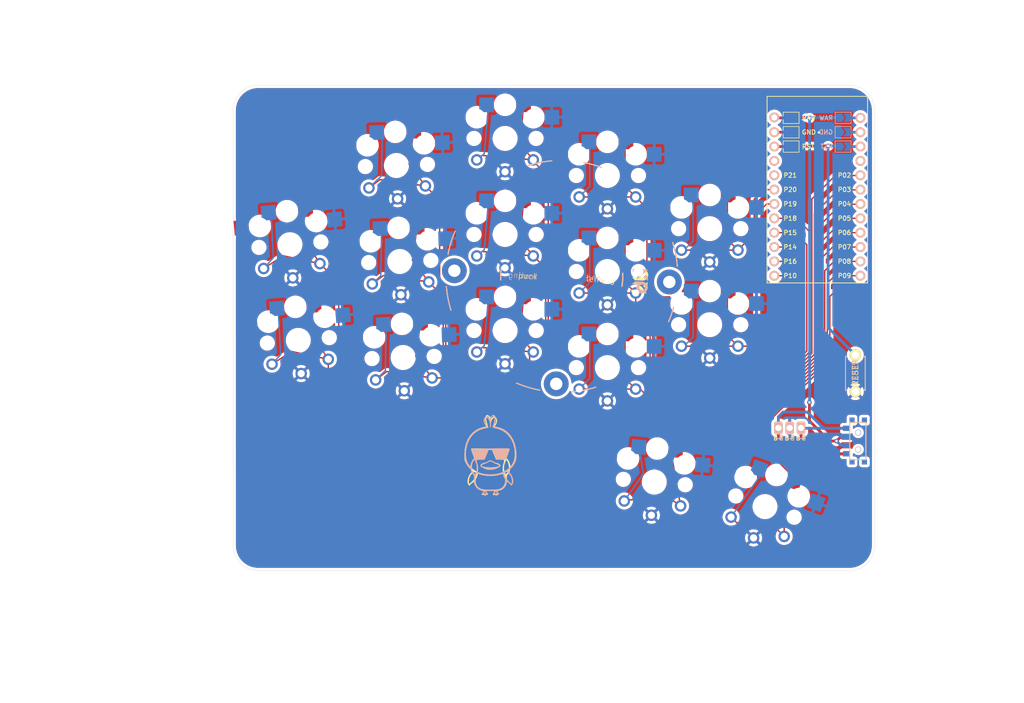
<source format=kicad_pcb>
(kicad_pcb (version 20211014) (generator pcbnew)
  (title_block (title "board") (rev "v1.0.0") (company "Unknown"))
  (layers (0 "F.Cu" signal) (31 "B.Cu" signal) (34 "B.Paste" user) (35 "F.Paste" user) (36 "B.SilkS" user "B.Silkscreen") (37 "F.SilkS" user "F.Silkscreen") (38 "B.Mask" user) (39 "F.Mask" user) (44 "Edge.Cuts" user))
  (net 0 "")
  (net 1 "P6")
  (net 2 "GND")
  (net 3 "P5")
  (net 4 "P4")
  (net 5 "P3")
  (net 6 "P2")
  (net 7 "P18")
  (net 8 "P15")
  (net 9 "P14")
  (net 10 "P16")
  (net 11 "P10")
  (net 12 "P19")
  (net 13 "P20")
  (net 14 "P21")
  (net 15 "P7")
  (net 16 "P8")
  (net 17 "P9")
  (net 18 "RAW")
  (net 19 "RST")
  (net 20 "Braw")
  (footprint "E73:SPDT_C128955" (layer "F.Cu") (at 159.004 -59.69 -90)
    (fp_text reference "T1" hide)
    (fp_text value "" hide)
  )
  (footprint "lib:bat" (layer "F.Cu") (at 146.87186 -62.011381)
    (fp_text reference "PAD1" hide)
    (fp_text value "" hide)
  )
  (footprint "kbd:ResetSW" (layer "F.Cu") (at 158.496 -71.68 90)
    (fp_text reference "B1" hide)
    (fp_text value "")
  )
  (footprint "Alaa:key" (layer "F.Cu") (at 77.269925 -108.458447 2)
    (fp_text reference "S11" hide)
    (fp_text value "" hide)
  )
  (footprint "Alaa:key" (layer "F.Cu") (at 96.495817 -96.246989)
    (fp_text reference "S15" hide)
    (fp_text value "" hide)
  )
  (footprint "Alaa:key" (layer "F.Cu") (at 114.611087 -89.686017)
    (fp_text reference "S21" hide)
    (fp_text value "" hide)
  )
  (footprint "Alaa:key" (layer "F.Cu") (at 132.71828 -97.278852)
    (fp_text reference "S29" hide)
    (fp_text value "" hide)
  )
  (footprint "LOGO" (layer "F.Cu") (at 93.819755 -55.859733)
    (fp_text reference "G***" hide)
    (fp_text value "LOGO" hide)
  )
  (footprint "Alaa:key" (layer "F.Cu") (at 142.499353 -48.088731 -20)
    (fp_text reference "S33" hide)
    (fp_text value "" hide)
  )
  (footprint "Alaa:key" (layer "F.Cu") (at 78.456509 -74.479159 2)
    (fp_text reference "S7" hide)
    (fp_text value "" hide)
  )
  (footprint "E73:SPDT_C128955" (layer "F.Cu") (at 159.004 -59.69 -90)
    (fp_text reference "T2" hide)
    (fp_text value "" hide)
  )
  (footprint "Alaa:key" (layer "F.Cu") (at 58.419932 -94.443355 5)
    (fp_text reference "S5" hide)
    (fp_text value "" hide)
  )
  (footprint "Alaa:key" (layer "F.Cu") (at 132.71828 -80.278852)
    (fp_text reference "S27" hide)
    (fp_text value "" hide)
  )
  (footprint "Alaa:key" (layer "F.Cu") (at 77.863217 -91.468803 2)
    (fp_text reference "S9" hide)
    (fp_text value "" hide)
  )
  (footprint "Alaa:key" (layer "F.Cu") (at 96.495817 -79.246989)
    (fp_text reference "S13" hide)
    (fp_text value "" hide)
  )
  (footprint "Alaa:key" (layer "F.Cu") (at 96.495818 -113.246989)
    (fp_text reference "S17" hide)
    (fp_text value "" hide)
  )
  (footprint "Alaa:key" (layer "F.Cu") (at 122.91002 -52.431582 -5)
    (fp_text reference "S31" hide)
    (fp_text value "" hide)
  )
  (footprint "ProMicro" (layer "F.Cu") (at 151.765 -102.913254 -90)
    (fp_text reference "MCU1" hide)
    (fp_text value "" hide)
  )
  (footprint "Alaa:key" (layer "F.Cu") (at 59.901579 -77.508043 5)
    (fp_text reference "S3" hide)
    (fp_text value "" hide)
  )
  (footprint "Alaa:Tenting_Puck_3_Holes" (layer "F.Cu") (at 106.548085 -88.832374 87)
    (fp_text reference "REF**")
    (fp_text value "Tenting Puck")
  )
  (footprint "Alaa:key" (layer "F.Cu") (at 114.611087 -106.686017)
    (fp_text reference "S23" hide)
    (fp_text value "" hide)
  )
  (footprint "Alaa:key" (layer "F.Cu") (at 114.611087 -72.686017)
    (fp_text reference "S19" hide)
    (fp_text value "" hide)
  )
  (footprint "LOGO" (layer "B.Cu") (at 93.98 -55.88 180)
    (fp_text reference "G***" hide)
    (fp_text value "LOGO" hide)
  )
  (gr_arc (start 157.47209 -122.65009) (mid 160.615183 -121.348183) (end 161.91709 -118.20509) (layer "Edge.Cuts") (width 0.05))
  (gr_arc (start 52.80709 -36.75009) (mid 49.664003 -38.052003) (end 48.36209 -41.19509) (layer "Edge.Cuts") (width 0.05))
  (gr_line (start 161.913484 -41.196739) (end 161.91709 -118.20509) (layer "Edge.Cuts") (width 0.05))
  (gr_line (start 52.80709 -36.75009) (end 157.468484 -36.751739) (layer "Edge.Cuts") (width 0.05))
  (gr_line (start 157.47209 -122.65009) (end 52.803448 -122.652954) (layer "Edge.Cuts") (width 0.05))
  (gr_arc (start 48.358448 -118.207954) (mid 49.660357 -121.351045) (end 52.803448 -122.652954) (layer "Edge.Cuts") (width 0.05))
  (gr_arc (start 161.913484 -41.196739) (mid 160.611586 -38.05363) (end 157.468484 -36.751739) (layer "Edge.Cuts") (width 0.05))
  (gr_line (start 48.358448 -118.207954) (end 48.36209 -41.19509) (layer "Edge.Cuts") (width 0.05))
  (segment (start 63.732097 -91.093594) (end 57.237852 -92.473987) (width 0.25) (layer "F.Cu") (net 1))
  (segment (start 109.813674 -62.104105) (end 121.686138 -62.104105) (width 0.25) (layer "F.Cu") (net 1))
  (segment (start 61.163892 -100.656149) (end 60.265842 -96.431156) (width 0.25) (layer "F.Cu") (net 1))
  (segment (start 57.237852 -92.473987) (end 53.77015 -90.222036) (width 0.25) (layer "F.Cu") (net 1))
  (segment (start 60.265842 -96.431156) (end 63.732097 -91.093594) (width 0.25) (layer "F.Cu") (net 1))
  (segment (start 71.347919 -65.788867) (end 87.223486 -65.788867) (width 0.25) (layer "F.Cu") (net 1))
  (segment (start 100.432043 -65.796819) (end 102.561997 -63.666865) (width 0.25) (layer "F.Cu") (net 1))
  (segment (start 108.250914 -63.666865) (end 109.813674 -62.104105) (width 0.25) (layer "F.Cu") (net 1))
  (segment (start 157.015254 -96.563254) (end 159.385 -96.563254) (width 0.25) (layer "F.Cu") (net 1))
  (segment (start 102.561997 -63.666865) (end 108.250914 -63.666865) (width 0.25) (layer "F.Cu") (net 1))
  (segment (start 143.12225 -65.010791) (end 152.628374 -74.516916) (width 0.25) (layer "F.Cu") (net 1))
  (segment (start 67.056 -70.080786) (end 71.347919 -65.788867) (width 0.25) (layer "F.Cu") (net 1))
  (segment (start 121.686138 -62.104105) (end 124.592825 -65.010791) (width 0.25) (layer "F.Cu") (net 1))
  (segment (start 87.231438 -65.796819) (end 100.432043 -65.796819) (width 0.25) (layer "F.Cu") (net 1))
  (segment (start 124.592825 -65.010791) (end 143.12225 -65.010791) (width 0.25) (layer "F.Cu") (net 1))
  (segment (start 87.223486 -65.788867) (end 87.231438 -65.796819) (width 0.25) (layer "F.Cu") (net 1))
  (segment (start 67.056 -87.769691) (end 67.056 -70.080786) (width 0.25) (layer "F.Cu") (net 1))
  (segment (start 152.628374 -74.516916) (end 152.628374 -92.176374) (width 0.25) (layer "F.Cu") (net 1))
  (segment (start 63.732097 -91.093594) (end 67.056 -87.769691) (width 0.25) (layer "F.Cu") (net 1))
  (segment (start 152.628374 -92.176374) (end 157.015254 -96.563254) (width 0.25) (layer "F.Cu") (net 1))
  (segment (start 55.488475 -92.130429) (end 53.77015 -90.222037) (width 0.25) (layer "B.Cu") (net 1))
  (segment (start 55.093012 -99.676322) (end 55.488475 -92.130429) (width 0.25) (layer "B.Cu") (net 1))
  (segment (start 54.638817 -100.085279) (end 55.093012 -99.676322) (width 0.25) (layer "B.Cu") (net 1))
  (segment (start 151.971116 -114.252116) (end 147.942615 -114.252116) (width 0.5) (layer "F.Cu") (net 2))
  (segment (start 147.942615 -114.252116) (end 147.851477 -114.343254) (width 0.5) (layer "F.Cu") (net 2))
  (via (at 152.019 -114.3) (size 0.8) (drill 0.4) (layers "F.Cu" "B.Cu") (net 2))
  (segment (start 152.043758 -114.324758) (end 155.853915 -114.324758) (width 0.5) (layer "B.Cu") (net 2))
  (segment (start 108.437111 -64.116385) (end 109.999871 -62.553625) (width 0.25) (layer "F.Cu") (net 3))
  (segment (start 102.748195 -64.116385) (end 108.437111 -64.116385) (width 0.25) (layer "F.Cu") (net 3))
  (segment (start 94.106829 -66.246339) (end 100.618241 -66.246339) (width 0.25) (layer "F.Cu") (net 3))
  (segment (start 152.178854 -74.703113) (end 152.178854 -94.647854) (width 0.25) (layer "F.Cu") (net 3))
  (segment (start 121.499941 -62.553625) (end 124.406628 -65.460311) (width 0.25) (layer "F.Cu") (net 3))
  (segment (start 80.699283 -74.686881) (end 83.586081 -70.855971) (width 0.25) (layer "F.Cu") (net 3))
  (segment (start 156.634254 -99.103254) (end 159.385 -99.103254) (width 0.25) (layer "F.Cu") (net 3))
  (segment (start 109.999871 -62.553625) (end 121.499941 -62.553625) (width 0.25) (layer "F.Cu") (net 3))
  (segment (start 142.936052 -65.460311) (end 152.178854 -74.703113) (width 0.25) (layer "F.Cu") (net 3))
  (segment (start 124.406628 -65.460311) (end 142.936052 -65.460311) (width 0.25) (layer "F.Cu") (net 3))
  (segment (start 83.586081 -70.855971) (end 75.553425 -71.984886) (width 0.25) (layer "F.Cu") (net 3))
  (segment (start 81.521861 -80.53983) (end 80.699283 -74.686881) (width 0.25) (layer "F.Cu") (net 3))
  (segment (start 75.553425 -71.984886) (end 73.592172 -70.506977) (width 0.25) (layer "F.Cu") (net 3))
  (segment (start 152.178854 -94.647854) (end 156.634254 -99.103254) (width 0.25) (layer "F.Cu") (net 3))
  (segment (start 100.618241 -66.246339) (end 102.748195 -64.116385) (width 0.25) (layer "F.Cu") (net 3))
  (segment (start 89.497197 -70.855971) (end 94.106829 -66.246339) (width 0.25) (layer "F.Cu") (net 3))
  (segment (start 83.586081 -70.855971) (end 89.497197 -70.855971) (width 0.25) (layer "F.Cu") (net 3))
  (segment (start 75.450233 -79.820002) (end 75.316743 -72.172374) (width 0.25) (layer "B.Cu") (net 3))
  (segment (start 75.316743 -72.172374) (end 73.592173 -70.506976) (width 0.25) (layer "B.Cu") (net 3))
  (segment (start 74.975852 -80.311238) (end 75.450233 -79.820002) (width 0.25) (layer "B.Cu") (net 3))
  (segment (start 82.992789 -87.845616) (end 85.555821 -85.191518) (width 0.25) (layer "F.Cu") (net 4))
  (segment (start 159.341746 -101.6) (end 155.956 -101.6) (width 0.25) (layer "F.Cu") (net 4))
  (segment (start 80.105992 -91.676525) (end 82.992789 -87.845615) (width 0.25) (layer "F.Cu") (net 4))
  (segment (start 155.956 -101.6) (end 151.729334 -97.373334) (width 0.25) (layer "F.Cu") (net 4))
  (segment (start 80.92857 -97.529475) (end 80.105992 -91.676525) (width 0.25) (layer "F.Cu") (net 4))
  (segment (start 100.804437 -66.695859) (end 94.293027 -66.695859) (width 0.25) (layer "F.Cu") (net 4))
  (segment (start 142.749854 -65.909831) (end 124.220427 -65.909831) (width 0.25) (layer "F.Cu") (net 4))
  (segment (start 124.220427 -65.909831) (end 121.313741 -63.003145) (width 0.25) (layer "F.Cu") (net 4))
  (segment (start 108.623311 -64.565905) (end 102.934392 -64.565905) (width 0.25) (layer "F.Cu") (net 4))
  (segment (start 151.729334 -97.373334) (end 151.729334 -74.889311) (width 0.25) (layer "F.Cu") (net 4))
  (segment (start 94.293027 -66.695859) (end 89.027 -71.961886) (width 0.25) (layer "F.Cu") (net 4))
  (segment (start 121.313741 -63.003145) (end 110.186071 -63.003145) (width 0.25) (layer "F.Cu") (net 4))
  (segment (start 82.992789 -87.845615) (end 74.960134 -88.974532) (width 0.25) (layer "F.Cu") (net 4))
  (segment (start 159.385 -101.643254) (end 159.341746 -101.6) (width 0.25) (layer "F.Cu") (net 4))
  (segment (start 85.555821 -85.191518) (end 85.555821 -75.416679) (width 0.25) (layer "F.Cu") (net 4))
  (segment (start 151.729334 -74.889311) (end 142.749854 -65.909831) (width 0.25) (layer "F.Cu") (net 4))
  (segment (start 110.186071 -63.003145) (end 108.623311 -64.565905) (width 0.25) (layer "F.Cu") (net 4))
  (segment (start 74.960134 -88.974532) (end 72.998881 -87.496621) (width 0.25) (layer "F.Cu") (net 4))
  (segment (start 102.934392 -64.565905) (end 100.804437 -66.695859) (width 0.25) (layer "F.Cu") (net 4))
  (segment (start 85.555821 -75.416679) (end 88.9635 -72.009) (width 0.25) (layer "F.Cu") (net 4))
  (segment (start 74.382559 -97.300882) (end 74.644883 -97.029238) (width 0.25) (layer "B.Cu") (net 4))
  (segment (start 74.503858 -88.94996) (end 72.998881 -87.49662) (width 0.25) (layer "B.Cu") (net 4))
  (segment (start 74.644883 -97.029238) (end 74.503858 -88.94996) (width 0.25) (layer "B.Cu") (net 4))
  (segment (start 74.366842 -105.964176) (end 72.405589 -104.486265) (width 0.25) (layer "F.Cu") (net 5))
  (segment (start 151.249052 -75.438) (end 151.249052 -99.941052) (width 0.25) (layer "F.Cu") (net 5))
  (segment (start 100.990636 -67.145379) (end 94.489545 -67.145379) (width 0.25) (layer "F.Cu") (net 5))
  (segment (start 159.341746 -104.14) (end 159.385 -104.183254) (width 0.25) (layer "F.Cu") (net 5))
  (segment (start 86.005341 -75.629583) (end 86.005341 -85.377715) (width 0.25) (layer "F.Cu") (net 5))
  (segment (start 80.335279 -114.519119) (end 79.512699 -108.66617) (width 0.25) (layer "F.Cu") (net 5))
  (segment (start 84.915114 -86.5021) (end 84.915114 -102.319642) (width 0.25) (layer "F.Cu") (net 5))
  (segment (start 84.915114 -102.319642) (end 82.399497 -104.835259) (width 0.25) (layer "F.Cu") (net 5))
  (segment (start 151.249052 -99.941052) (end 155.448 -104.14) (width 0.25) (layer "F.Cu") (net 5))
  (segment (start 82.399497 -104.835259) (end 74.366842 -105.964176) (width 0.25) (layer "F.Cu") (net 5))
  (segment (start 142.563657 -66.359351) (end 124.03423 -66.359351) (width 0.25) (layer "F.Cu") (net 5))
  (segment (start 155.448 -104.14) (end 159.341746 -104.14) (width 0.25) (layer "F.Cu") (net 5))
  (segment (start 86.005341 -85.377715) (end 85.876468 -85.506588) (width 0.25) (layer "F.Cu") (net 5))
  (segment (start 103.12059 -65.015425) (end 100.990636 -67.145379) (width 0.25) (layer "F.Cu") (net 5))
  (segment (start 94.489545 -67.145379) (end 86.005341 -75.629583) (width 0.25) (layer "F.Cu") (net 5))
  (segment (start 79.512699 -108.66617) (end 82.399497 -104.835259) (width 0.25) (layer "F.Cu") (net 5))
  (segment (start 121.127543 -63.452665) (end 110.372268 -63.452665) (width 0.25) (layer "F.Cu") (net 5))
  (segment (start 85.876468 -85.506588) (end 84.915114 -86.5021) (width 0.25) (layer "F.Cu") (net 5))
  (segment (start 151.249052 -75.044746) (end 142.563657 -66.359351) (width 0.25) (layer "F.Cu") (net 5))
  (segment (start 110.372268 -63.452665) (end 108.809508 -65.015425) (width 0.25) (layer "F.Cu") (net 5))
  (segment (start 108.809508 -65.015425) (end 103.12059 -65.015425) (width 0.25) (layer "F.Cu") (net 5))
  (segment (start 124.03423 -66.359351) (end 121.127543 -63.452665) (width 0.25) (layer "F.Cu") (net 5))
  (segment (start 151.249052 -75.946) (end 151.249052 -75.044746) (width 0.25) (layer "F.Cu") (net 5))
  (segment (start 74.588217 -114.572308) (end 74.773082 -114.380875) (width 0.25) (layer "B.Cu") (net 5))
  (segment (start 74.638001 -106.64208) (end 72.405589 -104.486264) (width 0.25) (layer "B.Cu") (net 5))
  (segment (start 74.773082 -114.380875) (end 74.638001 -106.64208) (width 0.25) (layer "B.Cu") (net 5))
  (segment (start 150.799532 -75.230943) (end 150.799532 -102.539532) (width 0.25) (layer "F.Cu") (net 6))
  (segment (start 120.941347 -63.902185) (end 123.848033 -66.808871) (width 0.25) (layer "F.Cu") (net 6))
  (segment (start 92.44002 -76.239268) (end 91.495817 -75.446988) (width 0.25) (layer "F.Cu") (net 6))
  (segment (start 154.94 -106.68) (end 159.341746 -106.68) (width 0.25) (layer "F.Cu") (net 6))
  (segment (start 142.37746 -66.808871) (end 150.799532 -75.230943) (width 0.25) (layer "F.Cu") (net 6))
  (segment (start 101.495817 -75.446989) (end 99.16122 -78.229254) (width 0.25) (layer "F.Cu") (net 6))
  (segment (start 99.16122 -78.229254) (end 99.770817 -85.196989) (width 0.25) (layer "F.Cu") (net 6))
  (segment (start 110.558465 -63.902185) (end 120.941347 -63.902185) (width 0.25) (layer "F.Cu") (net 6))
  (segment (start 150.799532 -102.539532) (end 154.94 -106.68) (width 0.25) (layer "F.Cu") (net 6))
  (segment (start 123.848033 -66.808871) (end 142.37746 -66.808871) (width 0.25) (layer "F.Cu") (net 6))
  (segment (start 100.838 -74.789172) (end 100.838 -67.933731) (width 0.25) (layer "F.Cu") (net 6))
  (segment (start 159.341746 -106.68) (end 159.385 -106.723254) (width 0.25) (layer "F.Cu") (net 6))
  (segment (start 101.495817 -75.446989) (end 92.44002 -76.239268) (width 0.25) (layer "F.Cu") (net 6))
  (segment (start 101.495817 -75.446989) (end 100.838 -74.789172) (width 0.25) (layer "F.Cu") (net 6))
  (segment (start 103.306786 -65.464945) (end 108.995705 -65.464945) (width 0.25) (layer "F.Cu") (net 6))
  (segment (start 100.838 -67.933731) (end 103.306786 -65.464945) (width 0.25) (layer "F.Cu") (net 6))
  (segment (start 108.995705 -65.464945) (end 110.558465 -63.902185) (width 0.25) (layer "F.Cu") (net 6))
  (segment (start 92.813707 -76.55283) (end 91.495817 -75.446988) (width 0.25) (layer "B.Cu") (net 6))
  (segment (start 93.220818 -85.196988) (end 93.537006 -84.82017) (width 0.25) (layer "B.Cu") (net 6))
  (segment (start 93.537006 -84.82017) (end 92.813707 -76.55283) (width 0.25) (layer "B.Cu") (net 6))
  (segment (start 150.350012 -75.417142) (end 150.350012 -96.791988) (width 0.25) (layer "F.Cu") (net 7))
  (segment (start 123.661836 -67.258391) (end 142.191262 -67.258391) (width 0.25) (layer "F.Cu") (net 7))
  (segment (start 103.69048 -73.71848) (end 101.28752 -71.31552) (width 0.25) (layer "F.Cu") (net 7))
  (segment (start 101.495817 -92.446989) (end 103.69048 -90.252326) (width 0.25) (layer "F.Cu") (net 7))
  (segment (start 103.492984 -65.914465) (end 109.181903 -65.914465) (width 0.25) (layer "F.Cu") (net 7))
  (segment (start 150.350012 -96.791988) (end 148.038746 -99.103254) (width 0.25) (layer "F.Cu") (net 7))
  (segment (start 101.495817 -92.446989) (end 92.440019 -93.239269) (width 0.25) (layer "F.Cu") (net 7))
  (segment (start 148.038746 -99.103254) (end 144.145 -99.103254) (width 0.25) (layer "F.Cu") (net 7))
  (segment (start 99.161219 -95.229254) (end 101.495817 -92.446989) (width 0.25) (layer "F.Cu") (net 7))
  (segment (start 142.191262 -67.258391) (end 150.350012 -75.417142) (width 0.25) (layer "F.Cu") (net 7))
  (segment (start 120.755149 -64.351705) (end 123.661836 -67.258391) (width 0.25) (layer "F.Cu") (net 7))
  (segment (start 103.69048 -90.252326) (end 103.69048 -73.71848) (width 0.25) (layer "F.Cu") (net 7))
  (segment (start 101.28752 -71.31552) (end 101.28752 -68.119929) (width 0.25) (layer "F.Cu") (net 7))
  (segment (start 99.770817 -102.196989) (end 99.161219 -95.229254) (width 0.25) (layer "F.Cu") (net 7))
  (segment (start 109.181903 -65.914465) (end 110.744663 -64.351705) (width 0.25) (layer "F.Cu") (net 7))
  (segment (start 101.28752 -68.119929) (end 103.492984 -65.914465) (width 0.25) (layer "F.Cu") (net 7))
  (segment (start 110.744663 -64.351705) (end 120.755149 -64.351705) (width 0.25) (layer "F.Cu") (net 7))
  (segment (start 92.440019 -93.239269) (end 91.495817 -92.446988) (width 0.25) (layer "F.Cu") (net 7))
  (segment (start 92.813707 -93.55283) (end 91.495817 -92.446988) (width 0.25) (layer "B.Cu") (net 7))
  (segment (start 93.220817 -102.196988) (end 93.537006 -101.82017) (width 0.25) (layer "B.Cu") (net 7))
  (segment (start 93.537006 -101.82017) (end 92.813707 -93.55283) (width 0.25) (layer "B.Cu") (net 7))
  (segment (start 104.14 -106.553) (end 104.14 -73.532282) (width 0.25) (layer "F.Cu") (net 8))
  (segment (start 149.900492 -94.447508) (end 147.784746 -96.563254) (width 0.25) (layer "F.Cu") (net 8))
  (segment (start 109.368101 -66.363985) (end 110.930861 -64.801225) (width 0.25) (layer "F.Cu") (net 8))
  (segment (start 99.770818 -119.196989) (end 99.16122 -112.229254) (width 0.25) (layer "F.Cu") (net 8))
  (segment (start 101.73704 -68.306127) (end 103.679182 -66.363985) (width 0.25) (layer "F.Cu") (net 8))
  (segment (start 101.495818 -109.197182) (end 104.14 -106.553) (width 0.25) (layer "F.Cu") (net 8))
  (segment (start 120.568951 -64.801225) (end 123.475639 -67.707911) (width 0.25) (layer "F.Cu") (net 8))
  (segment (start 92.44002 -110.239269) (end 91.495817 -109.446988) (width 0.25) (layer "F.Cu") (net 8))
  (segment (start 103.679182 -66.363985) (end 109.368101 -66.363985) (width 0.25) (layer "F.Cu") (net 8))
  (segment (start 147.784746 -96.563254) (end 144.145 -96.563254) (width 0.25) (layer "F.Cu") (net 8))
  (segment (start 123.475639 -67.707911) (end 142.005064 -67.707911) (width 0.25) (layer "F.Cu") (net 8))
  (segment (start 142.005064 -67.707911) (end 149.900492 -75.603339) (width 0.25) (layer "F.Cu") (net 8))
  (segment (start 101.495817 -109.446989) (end 92.44002 -110.239269) (width 0.25) (layer "F.Cu") (net 8))
  (segment (start 110.930861 -64.801225) (end 120.568951 -64.801225) (width 0.25) (layer "F.Cu") (net 8))
  (segment (start 99.16122 -112.229254) (end 101.495817 -109.446989) (width 0.25) (layer "F.Cu") (net 8))
  (segment (start 101.73704 -71.129322) (end 101.73704 -68.306127) (width 0.25) (layer "F.Cu") (net 8))
  (segment (start 101.495818 -109.446989) (end 101.495818 -109.197182) (width 0.25) (layer "F.Cu") (net 8))
  (segment (start 104.14 -73.532282) (end 101.73704 -71.129322) (width 0.25) (layer "F.Cu") (net 8))
  (segment (start 149.900492 -75.603339) (end 149.900492 -94.447508) (width 0.25) (layer "F.Cu") (net 8))
  (segment (start 92.813708 -110.55283) (end 91.495817 -109.446988) (width 0.25) (layer "B.Cu") (net 8))
  (segment (start 93.537006 -118.82017) (end 92.813708 -110.55283) (width 0.25) (layer "B.Cu") (net 8))
  (segment (start 93.220818 -119.196988) (end 93.537006 -118.82017) (width 0.25) (layer "B.Cu") (net 8))
  (segment (start 121.128314 -68.16879) (end 141.830225 -68.16879) (width 0.25) (layer "F.Cu") (net 9))
  (segment (start 149.450972 -75.789536) (end 149.450972 -91.976028) (width 0.25) (layer "F.Cu") (net 9))
  (segment (start 117.736566 -78.486496) (end 117.736566 -70.760538) (width 0.25) (layer "F.Cu") (net 9))
  (segment (start 141.830225 -68.16879) (end 149.450972 -75.789536) (width 0.25) (layer "F.Cu") (net 9))
  (segment (start 120.411087 -68.886017) (end 121.128314 -68.16879) (width 0.25) (layer "F.Cu") (net 9))
  (segment (start 117.736566 -70.760538) (end 119.611087 -68.886017) (width 0.25) (layer "F.Cu") (net 9))
  (segment (start 110.411087 -68.886017) (end 120.411087 -68.886017) (width 0.25) (layer "F.Cu") (net 9))
  (segment (start 147.403746 -94.023254) (end 144.145 -94.023254) (width 0.25) (layer "F.Cu") (net 9))
  (segment (start 117.886087 -78.636017) (end 117.736566 -78.486496) (width 0.25) (layer "F.Cu") (net 9))
  (segment (start 149.450972 -91.976028) (end 147.403746 -94.023254) (width 0.25) (layer "F.Cu") (net 9))
  (segment (start 111.485608 -79.029475) (end 111.485608 -70.760538) (width 0.25) (layer "B.Cu") (net 9))
  (segment (start 111.485608 -70.760538) (end 109.611087 -68.886017) (width 0.25) (layer "B.Cu") (net 9))
  (segment (start 149.001452 -89.250548) (end 149.001452 -75.975734) (width 0.25) (layer "F.Cu") (net 10))
  (segment (start 117.736566 -87.760538) (end 119.611087 -85.886017) (width 0.25) (layer "F.Cu") (net 10))
  (segment (start 149.001452 -75.975734) (end 141.644027 -68.61831) (width 0.25) (layer "F.Cu") (net 10))
  (segment (start 109.611087 -85.886017) (end 119.611087 -85.886017) (width 0.25) (layer "F.Cu") (net 10))
  (segment (start 144.145 -91.483254) (end 146.768746 -91.483254) (width 0.25) (layer "F.Cu") (net 10))
  (segment (start 119.611087 -83.431958) (end 119.611087 -85.886017) (width 0.25) (layer "F.Cu") (net 10))
  (segment (start 122.166194 -69.349088) (end 122.166194 -80.876851) (width 0.25) (layer "F.Cu") (net 10))
  (segment (start 122.896972 -68.61831) (end 122.166194 -69.349088) (width 0.25) (layer "F.Cu") (net 10))
  (segment (start 117.736566 -95.486496) (end 117.736566 -87.760538) (width 0.25) (layer "F.Cu") (net 10))
  (segment (start 122.166194 -80.876851) (end 119.611087 -83.431958) (width 0.25) (layer "F.Cu") (net 10))
  (segment (start 146.768746 -91.483254) (end 149.001452 -89.250548) (width 0.25) (layer "F.Cu") (net 10))
  (segment (start 141.644027 -68.61831) (end 122.896972 -68.61831) (width 0.25) (layer "F.Cu") (net 10))
  (segment (start 117.886087 -95.636017) (end 117.736566 -95.486496) (width 0.25) (layer "F.Cu") (net 10))
  (segment (start 111.485608 -96.029475) (end 111.485608 -87.760538) (width 0.25) (layer "B.Cu") (net 10))
  (segment (start 111.485608 -87.760538) (end 109.611087 -85.886017) (width 0.25) (layer "B.Cu") (net 10))
  (segment (start 148.551932 -76.161932) (end 141.45783 -69.06783) (width 0.25) (layer "F.Cu") (net 11))
  (segment (start 123.08317 -69.06783) (end 122.615714 -69.535286) (width 0.25) (layer "F.Cu") (net 11))
  (segment (start 117.736566 -112.486496) (end 117.736566 -104.760538) (width 0.25) (layer "F.Cu") (net 11))
  (segment (start 146.260746 -88.943254) (end 148.551932 -86.652068) (width 0.25) (layer "F.Cu") (net 11))
  (segment (start 119.611087 -102.886017) (end 109.611087 -102.886017) (width 0.25) (layer "F.Cu") (net 11))
  (segment (start 141.45783 -69.06783) (end 123.08317 -69.06783) (width 0.25) (layer "F.Cu") (net 11))
  (segment (start 144.145 -88.943254) (end 146.260746 -88.943254) (width 0.25) (layer "F.Cu") (net 11))
  (segment (start 117.886087 -112.636017) (end 117.736566 -112.486496) (width 0.25) (layer "F.Cu") (net 11))
  (segment (start 148.551932 -86.652068) (end 148.551932 -76.161932) (width 0.25) (layer "F.Cu") (net 11))
  (segment (start 122.615714 -81.063048) (end 121.604871 -82.073892) (width 0.25) (layer "F.Cu") (net 11))
  (segment (start 121.604871 -100.892233) (end 119.611087 -102.886017) (width 0.25) (layer "F.Cu") (net 11))
  (segment (start 122.615714 -69.535286) (end 122.615714 -81.063048) (width 0.25) (layer "F.Cu") (net 11))
  (segment (start 117.736566 -104.760538) (end 119.611087 -102.886017) (width 0.25) (layer "F.Cu") (net 11))
  (segment (start 121.604871 -82.073892) (end 121.604871 -100.892233) (width 0.25) (layer "F.Cu") (net 11))
  (segment (start 111.485608 -104.760538) (end 109.611087 -102.886017) (width 0.25) (layer "B.Cu") (net 11))
  (segment (start 111.485608 -113.029475) (end 111.485608 -104.760538) (width 0.25) (layer "B.Cu") (net 11))
  (segment (start 141.040891 -76.801463) (end 141.040891 -99.892891) (width 0.25) (layer "F.Cu") (net 12))
  (segment (start 137.71828 -76.478852) (end 140.71828 -76.478852) (width 0.25) (layer "F.Cu") (net 12))
  (segment (start 140.71828 -76.478852) (end 141.040891 -76.801463) (width 0.25) (layer "F.Cu") (net 12))
  (segment (start 135.843759 -78.353373) (end 135.843759 -86.079331) (width 0.25) (layer "F.Cu") (net 12))
  (segment (start 137.71828 -76.478852) (end 135.843759 -78.353373) (width 0.25) (layer "F.Cu") (net 12))
  (segment (start 135.843759 -86.079331) (end 135.99328 -86.228852) (width 0.25) (layer "F.Cu") (net 12))
  (segment (start 142.791254 -101.643254) (end 144.145 -101.643254) (width 0.25) (layer "F.Cu") (net 12))
  (segment (start 127.71828 -76.478852) (end 137.71828 -76.478852) (width 0.25) (layer "F.Cu") (net 12))
  (segment (start 141.040891 -99.892891) (end 142.791254 -101.643254) (width 0.25) (layer "F.Cu") (net 12))
  (segment (start 129.772946 -78.102108) (end 127.578705 -75.907867) (width 0.25) (layer "B.Cu") (net 12))
  (segment (start 129.772946 -85.188626) (end 129.772946 -78.102108) (width 0.25) (layer "B.Cu") (net 12))
  (segment (start 129.303705 -85.657867) (end 129.772946 -85.188626) (width 0.25) (layer "B.Cu") (net 12))
  (segment (start 137.71828 -93.478852) (end 140.591371 -96.351943) (width 0.25) (layer "F.Cu") (net 13))
  (segment (start 135.843759 -95.353373) (end 135.843759 -103.079331) (width 0.25) (layer "F.Cu") (net 13))
  (segment (start 135.843759 -103.079331) (end 135.99328 -103.228852) (width 0.25) (layer "F.Cu") (net 13))
  (segment (start 137.71828 -93.478852) (end 135.843759 -95.353373) (width 0.25) (layer "F.Cu") (net 13))
  (segment (start 140.591371 -102.491371) (end 142.283254 -104.183254) (width 0.25) (layer "F.Cu") (net 13))
  (segment (start 127.71828 -93.478852) (end 137.71828 -93.478852) (width 0.25) (layer "F.Cu") (net 13))
  (segment (start 142.283254 -104.183254) (end 144.145 -104.183254) (width 0.25) (layer "F.Cu") (net 13))
  (segment (start 140.591371 -96.351943) (end 140.591371 -102.491371) (width 0.25) (layer "F.Cu") (net 13))
  (segment (start 129.772946 -102.188626) (end 129.772946 -95.102108) (width 0.25) (layer "B.Cu") (net 13))
  (segment (start 128.14969 -93.478852) (end 127.71828 -93.478852) (width 0.25) (layer "B.Cu") (net 13))
  (segment (start 129.772946 -95.102108) (end 128.14969 -93.478852) (width 0.25) (layer "B.Cu") (net 13))
  (segment (start 129.303705 -102.657867) (end 129.772946 -102.188626) (width 0.25) (layer "B.Cu") (net 13))
  (segment (start 124.779022 -64.561271) (end 143.308448 -64.561271) (width 0.25) (layer "F.Cu") (net 15))
  (segment (start 109.627476 -61.654585) (end 121.872335 -61.654585) (width 0.25) (layer "F.Cu") (net 15))
  (segment (start 108.064716 -63.217345) (end 109.627476 -61.654585) (width 0.25) (layer "F.Cu") (net 15))
  (segment (start 87.417636 -65.347299) (end 100.245845 -65.347299) (width 0.25) (layer "F.Cu") (net 15))
  (segment (start 61.74749 -79.495847) (end 65.213743 -74.158283) (width 0.25) (layer "F.Cu") (net 15))
  (segment (start 143.308448 -64.561271) (end 153.077894 -74.330719) (width 0.25) (layer "F.Cu") (net 15))
  (segment (start 87.409683 -65.339347) (end 87.417636 -65.347299) (width 0.25) (layer "F.Cu") (net 15))
  (segment (start 121.872335 -61.654585) (end 124.779022 -64.561271) (width 0.25) (layer "F.Cu") (net 15))
  (segment (start 153.077894 -74.330719) (end 153.077894 -89.831894) (width 0.25) (layer "F.Cu") (net 15))
  (segment (start 65.213744 -71.287324) (end 71.161721 -65.339347) (width 0.25) (layer "F.Cu") (net 15))
  (segment (start 65.213743 -74.158283) (end 58.7195 -75.538677) (width 0.25) (layer "F.Cu") (net 15))
  (segment (start 65.213744 -74.158282) (end 65.213744 -71.287324) (width 0.25) (layer "F.Cu") (net 15))
  (segment (start 102.375799 -63.217345) (end 108.064716 -63.217345) (width 0.25) (layer "F.Cu") (net 15))
  (segment (start 58.7195 -75.538677) (end 55.251797 -73.286724) (width 0.25) (layer "F.Cu") (net 15))
  (segment (start 157.269254 -94.023254) (end 159.385 -94.023254) (width 0.25) (layer "F.Cu") (net 15))
  (segment (start 100.245845 -65.347299) (end 102.375799 -63.217345) (width 0.25) (layer "F.Cu") (net 15))
  (segment (start 153.077894 -89.831894) (end 157.269254 -94.023254) (width 0.25) (layer "F.Cu") (net 15))
  (segment (start 71.161721 -65.339347) (end 87.409683 -65.339347) (width 0.25) (layer "F.Cu") (net 15))
  (segment (start 62.64554 -83.720838) (end 61.74749 -79.495847) (width 0.25) (layer "F.Cu") (net 15))
  (segment (start 56.359403 -82.934826) (end 56.776306 -74.979862) (width 0.25) (layer "B.Cu") (net 15))
  (segment (start 56.776306 -74.979862) (end 55.251798 -73.286724) (width 0.25) (layer "B.Cu") (net 15))
  (segment (start 56.120464 -83.149967) (end 56.359403 -82.934826) (width 0.25) (layer "B.Cu") (net 15))
  (segment (start 124.561498 -50.309699) (end 117.597854 -49.081821) (width 0.25) (layer "F.Cu") (net 16))
  (segment (start 153.527414 -87.614414) (end 153.527414 -74.144521) (width 0.25) (layer "F.Cu") (net 16))
  (segment (start 126.691133 -62.429133) (end 126.691133 -58.073504) (width 0.25) (layer "F.Cu") (net 16))
  (segment (start 127.559802 -48.210264) (end 124.561498 -50.309699) (width 0.25) (layer "F.Cu") (net 16))
  (segment (start 153.264091 -73.881199) (end 143.494646 -64.111751) (width 0.25) (layer "F.Cu") (net 16))
  (segment (start 128.373751 -64.111751) (end 126.691133 -62.429133) (width 0.25) (layer "F.Cu") (net 16))
  (segment (start 143.494646 -64.111751) (end 128.373751 -64.111751) (width 0.25) (layer "F.Cu") (net 16))
  (segment (start 125.995757 -57.080403) (end 127.559802 -48.210264) (width 0.25) (layer "F.Cu") (net 16))
  (segment (start 159.385 -91.483254) (end 157.396254 -91.483254) (width 0.25) (layer "F.Cu") (net 16))
  (segment (start 153.527414 -74.144521) (end 153.264091 -73.881199) (width 0.25) (layer "F.Cu") (net 16))
  (segment (start 157.396254 -91.483254) (end 153.527414 -87.614414) (width 0.25) (layer "F.Cu") (net 16))
  (segment (start 120.166059 -58.644375) (end 120.996376 -53.935413) (width 0.25) (layer "B.Cu") (net 16))
  (segment (start 120.996376 -53.935413) (end 117.597854 -49.081821) (width 0.25) (layer "B.Cu") (net 16))
  (segment (start 147.611865 -53.253384) (end 142.875 -57.990249) (width 0.25) (layer "F.Cu") (net 17))
  (segment (start 143.493937 -45.212001) (end 145.89814 -42.807798) (width 0.25) (layer "F.Cu") (net 17))
  (segment (start 157.650254 -88.943254) (end 159.385 -88.943254) (width 0.25) (layer "F.Cu") (net 17))
  (segment (start 142.875 -57.990249) (end 142.875 -62.856388) (width 0.25) (layer "F.Cu") (net 17))
  (segment (start 142.875 -62.856388) (end 153.976934 -73.958324) (width 0.25) (layer "F.Cu") (net 17))
  (segment (start 145.89814 -50.84606) (end 145.89814 -42.807798) (width 0.25) (layer "F.Cu") (net 17))
  (segment (start 137.517212 -45.212001) (end 143.493937 -45.212001) (width 0.25) (layer "F.Cu") (net 17))
  (segment (start 136.501213 -46.228) (end 137.517212 -45.212001) (width 0.25) (layer "F.Cu") (net 17))
  (segment (start 147.611866 -52.559786) (end 145.89814 -50.84606) (width 0.25) (layer "F.Cu") (net 17))
  (segment (start 147.611865 -52.559786) (end 147.611865 -53.253384) (width 0.25) (layer "F.Cu") (net 17))
  (segment (start 153.976934 -85.269934) (end 157.650254 -88.943254) (width 0.25) (layer "F.Cu") (net 17))
  (segment (start 153.976934 -73.958324) (end 153.976934 -85.269934) (width 0.25) (layer "F.Cu") (net 17))
  (segment (start 141.667403 -53.606083) (end 136.501213 -46.227999) (width 0.25) (layer "B.Cu") (net 17))
  (segment (start 141.45688 -54.800018) (end 141.667403 -53.606083) (width 0.25) (layer "B.Cu") (net 17))
  (segment (start 150.401808 -116.864779) (end 150.327546 -116.939041) (width 0.5) (layer "F.Cu") (net 18))
  (segment (start 150.368 -66.548) (end 150.368 -63.246) (width 0.5) (layer "F.Cu") (net 18))
  (segment (start 150.327546 -116.939041) (end 147.752502 -116.939041) (width 0.5) (layer "F.Cu") (net 18))
  (segment (start 150.368 -63.246) (end 153.924 -59.69) (width 0.5) (layer "F.Cu") (net 18))
  (segment (start 153.924 -59.69) (end 155.165113 -59.69) (width 0.5) (layer "F.Cu") (net 18))
  (segment (start 155.915113 -60.44) (end 156.929 -60.44) (width 0.5) (layer "F.Cu") (net 18))
  (segment (start 155.165113 -59.69) (end 155.915113 -60.44) (width 0.5) (layer "F.Cu") (net 18))
  (via (at 155.165113 -59.69) (size 0.8) (drill 0.4) (layers "F.Cu" "B.Cu") (net 18))
  (via (at 150.368 -66.548) (size 0.8) (drill 0.4) (layers "F.Cu" "B.Cu") (net 18))
  (via (at 150.401808 -116.864779) (size 0.8) (drill 0.4) (layers "F.Cu" "B.Cu") (net 18))
  (segment (start 150.368 -66.548) (end 150.4 -66.58) (width 0.5) (layer "B.Cu") (net 18))
  (segment (start 150.4 -116.862971) (end 150.401808 -116.864779) (width 0.5) (layer "B.Cu") (net 18))
  (segment (start 150.4 -66.58) (end 150.4 -116.862971) (width 0.5) (layer "B.Cu") (net 18))
  (segment (start 149.759699 -116.940301) (end 155.501242 -116.940301) (width 0.5) (layer "B.Cu") (net 18))
  (segment (start 155.165113 -59.69) (end 155.910237 -58.944876) (width 0.5) (layer "B.Cu") (net 18))
  (segment (start 155.910237 -58.944876) (end 156.671008 -58.944876) (width 0.5) (layer "B.Cu") (net 18))
  (segment (start 153.67 -111.887) (end 147.767712 -111.887) (width 0.5) (layer "F.Cu") (net 19))
  (via (at 153.691162 -111.908162) (size 0.8) (drill 0.4) (layers "F.Cu" "B.Cu") (net 19))
  (segment (start 153.67 -79.756) (end 158.496 -74.93) (width 0.5) (layer "B.Cu") (net 19))
  (segment (start 153.67 -111.887) (end 153.67 -79.756) (width 0.5) (layer "B.Cu") (net 19))
  (segment (start 153.691162 -111.908162) (end 153.67 -111.887) (width 0.5) (layer "B.Cu") (net 19))
  (segment (start 153.69126 -111.90826) (end 155.469622 -111.90826) (width 0.5) (layer "B.Cu") (net 19))
  (segment (start 156.893 -57.404) (end 147.574 -57.404) (width 0.5) (layer "F.Cu") (net 20))
  (segment (start 148.87186 -60.17014) (end 151.602 -57.44) (width 0.5) (layer "F.Cu") (net 20))
  (segment (start 156.929 -57.44) (end 156.893 -57.404) (width 0.5) (layer "F.Cu") (net 20))
  (segment (start 151.602 -57.44) (end 156.929 -57.44) (width 0.5) (layer "F.Cu") (net 20))
  (segment (start 148.87186 -62.011381) (end 148.87186 -60.17014) (width 0.5) (layer "F.Cu") (net 20))
  (segment (start 147.574 -57.404) (end 144.87186 -60.10614) (width 0.5) (layer "F.Cu") (net 20))
  (segment (start 144.87186 -60.10614) (end 144.87186 -62.011381) (width 0.5) (layer "F.Cu") (net 20))
  (segment (start 144.87186 -63.980381) (end 144.87186 -62.011381) (width 0.5) (layer "B.Cu") (net 20))
  (segment (start 156.929 -61.94) (end 156.924124 -61.944876) (width 0.5) (layer "B.Cu") (net 20))
  (segment (start 156.929 -61.94) (end 152.880241 -61.94) (width 0.5) (layer "B.Cu") (net 20))
  (segment (start 156.924124 -61.944876) (end 148.938365 -61.944876) (width 0.5) (layer "B.Cu") (net 20))
  (segment (start 145.69686 -64.805381) (end 144.87186 -63.980381) (width 0.5) (layer "B.Cu") (net 20))
  (segment (start 150.01486 -64.805381) (end 145.69686 -64.805381) (width 0.5) (layer "B.Cu") (net 20))
  (segment (start 148.938365 -61.944876) (end 148.87186 -62.011381) (width 0.5) (layer "B.Cu") (net 20))
  (segment (start 152.880241 -61.94) (end 150.01486 -64.805381) (width 0.5) (layer "B.Cu") (net 20))
  (zone locked (net 2) (net_name "GND") (layers F&B.Cu) (connect_pads (clearance 0.508)) (min_thickness 0.254) (fill yes (thermal_gap 0.508) (thermal_bridge_width 0.508) (island_removal_mode 1) (island_area_min 0))
    (polygon (pts (xy 182.3974 -129.286) (xy 188.341 -13.2842) (xy 40.4622 -17.3228) (xy 7.112 -121.285) (xy 86.7918 -137.7442)))
  )
)
</source>
